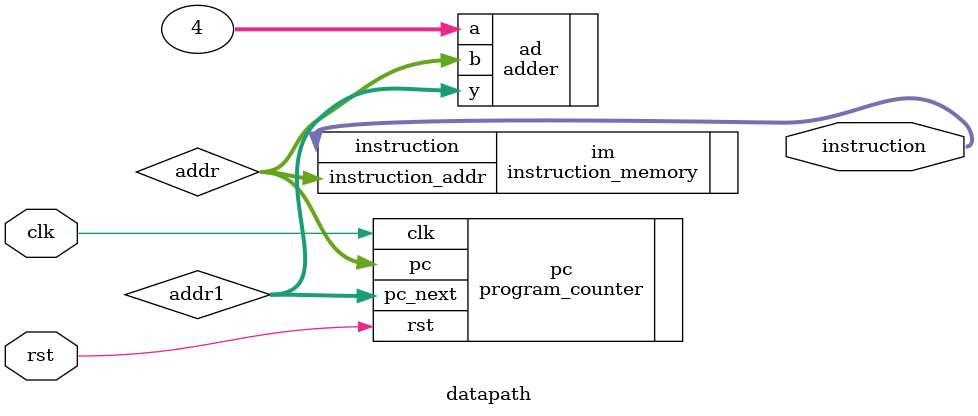
<source format=sv>
`timescale 1ns / 1ps

module datapath(
    input logic clk, 
    input logic rst,
    output logic [31:0] instruction
    );
    
    wire [31:0] addr;
    wire [31:0] addr1;
    program_counter pc(.clk(clk), .rst(rst), .pc_next(addr1), .pc(addr));
    adder ad(.a(32'd4), .b(addr), .y(addr1));
    
    
    instruction_memory im(.instruction_addr(addr), .instruction(instruction));
    
endmodule

</source>
